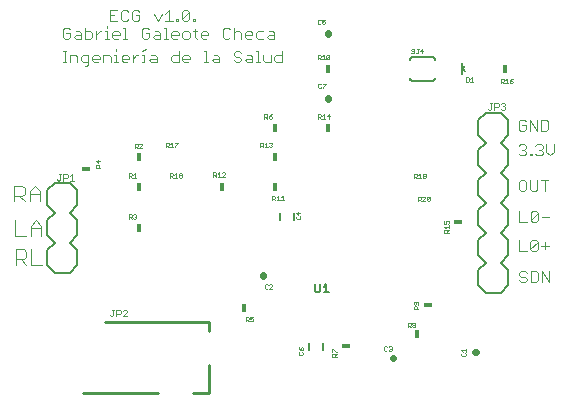
<source format=gto>
G75*
%MOIN*%
%OFA0B0*%
%FSLAX25Y25*%
%IPPOS*%
%LPD*%
%AMOC8*
5,1,8,0,0,1.08239X$1,22.5*
%
%ADD10C,0.00400*%
%ADD11C,0.00300*%
%ADD12C,0.00200*%
%ADD13C,0.02200*%
%ADD14C,0.00100*%
%ADD15C,0.00600*%
%ADD16C,0.00800*%
%ADD17C,0.01000*%
%ADD18R,0.01800X0.03000*%
%ADD19R,0.03000X0.01800*%
D10*
X0007970Y0074289D02*
X0007970Y0079494D01*
X0010572Y0079494D01*
X0011440Y0078626D01*
X0011440Y0076892D01*
X0010572Y0076024D01*
X0007970Y0076024D01*
X0009705Y0076024D02*
X0011440Y0074289D01*
X0013126Y0074289D02*
X0016596Y0074289D01*
X0013126Y0074289D02*
X0013126Y0079494D01*
X0012901Y0083797D02*
X0012901Y0087266D01*
X0014636Y0089001D01*
X0016371Y0087266D01*
X0016371Y0083797D01*
X0016371Y0086399D02*
X0012901Y0086399D01*
X0011215Y0083797D02*
X0007745Y0083797D01*
X0007745Y0089001D01*
X0007420Y0095349D02*
X0007420Y0100554D01*
X0010022Y0100554D01*
X0010890Y0099686D01*
X0010890Y0097951D01*
X0010022Y0097084D01*
X0007420Y0097084D01*
X0009155Y0097084D02*
X0010890Y0095349D01*
X0012577Y0095349D02*
X0012577Y0098819D01*
X0014311Y0100554D01*
X0016046Y0098819D01*
X0016046Y0095349D01*
X0016046Y0097951D02*
X0012577Y0097951D01*
D11*
X0023604Y0141714D02*
X0024838Y0141714D01*
X0024221Y0141714D02*
X0024221Y0145417D01*
X0023604Y0145417D02*
X0024838Y0145417D01*
X0026059Y0144183D02*
X0027911Y0144183D01*
X0028528Y0143565D01*
X0028528Y0141714D01*
X0029742Y0142331D02*
X0030359Y0141714D01*
X0032211Y0141714D01*
X0032211Y0141097D02*
X0032211Y0144183D01*
X0030359Y0144183D01*
X0029742Y0143565D01*
X0029742Y0142331D01*
X0030977Y0140479D02*
X0031594Y0140479D01*
X0032211Y0141097D01*
X0033425Y0142331D02*
X0033425Y0143565D01*
X0034042Y0144183D01*
X0035277Y0144183D01*
X0035894Y0143565D01*
X0035894Y0142948D01*
X0033425Y0142948D01*
X0033425Y0142331D02*
X0034042Y0141714D01*
X0035277Y0141714D01*
X0037108Y0141714D02*
X0037108Y0144183D01*
X0038960Y0144183D01*
X0039577Y0143565D01*
X0039577Y0141714D01*
X0040792Y0141714D02*
X0042026Y0141714D01*
X0041409Y0141714D02*
X0041409Y0144183D01*
X0040792Y0144183D01*
X0041409Y0145417D02*
X0041409Y0146034D01*
X0043864Y0144183D02*
X0043247Y0143565D01*
X0043247Y0142331D01*
X0043864Y0141714D01*
X0045099Y0141714D01*
X0045716Y0142948D02*
X0043247Y0142948D01*
X0043864Y0144183D02*
X0045099Y0144183D01*
X0045716Y0143565D01*
X0045716Y0142948D01*
X0046930Y0142948D02*
X0048165Y0144183D01*
X0048782Y0144183D01*
X0049999Y0144183D02*
X0050617Y0144183D01*
X0050617Y0141714D01*
X0049999Y0141714D01*
X0052455Y0142331D02*
X0053072Y0142948D01*
X0054924Y0142948D01*
X0054924Y0143565D02*
X0054924Y0141714D01*
X0053072Y0141714D01*
X0052455Y0142331D01*
X0053072Y0144183D02*
X0054306Y0144183D01*
X0054924Y0143565D01*
X0051234Y0146034D02*
X0049999Y0145417D01*
X0046930Y0144183D02*
X0046930Y0141714D01*
X0045095Y0149588D02*
X0043861Y0149588D01*
X0044478Y0149588D02*
X0044478Y0153291D01*
X0043861Y0153291D01*
X0042029Y0152057D02*
X0042646Y0151439D01*
X0042646Y0150822D01*
X0040178Y0150822D01*
X0040178Y0150205D02*
X0040178Y0151439D01*
X0040795Y0152057D01*
X0042029Y0152057D01*
X0042029Y0149588D02*
X0040795Y0149588D01*
X0040178Y0150205D01*
X0038957Y0149588D02*
X0037722Y0149588D01*
X0038339Y0149588D02*
X0038339Y0152057D01*
X0037722Y0152057D01*
X0036505Y0152057D02*
X0035887Y0152057D01*
X0034653Y0150822D01*
X0034653Y0149588D02*
X0034653Y0152057D01*
X0033439Y0151439D02*
X0032821Y0152057D01*
X0030970Y0152057D01*
X0030970Y0153291D02*
X0030970Y0149588D01*
X0032821Y0149588D01*
X0033439Y0150205D01*
X0033439Y0151439D01*
X0029755Y0151439D02*
X0029755Y0149588D01*
X0027904Y0149588D01*
X0027287Y0150205D01*
X0027904Y0150822D01*
X0029755Y0150822D01*
X0029755Y0151439D02*
X0029138Y0152057D01*
X0027904Y0152057D01*
X0026072Y0152674D02*
X0025455Y0153291D01*
X0024221Y0153291D01*
X0023604Y0152674D01*
X0023604Y0150205D01*
X0024221Y0149588D01*
X0025455Y0149588D01*
X0026072Y0150205D01*
X0026072Y0151439D01*
X0024838Y0151439D01*
X0026059Y0144183D02*
X0026059Y0141714D01*
X0038339Y0153291D02*
X0038339Y0153908D01*
X0039352Y0155493D02*
X0041820Y0155493D01*
X0043035Y0156110D02*
X0043652Y0155493D01*
X0044886Y0155493D01*
X0045503Y0156110D01*
X0046718Y0156110D02*
X0047335Y0155493D01*
X0048569Y0155493D01*
X0049187Y0156110D01*
X0049187Y0157345D01*
X0047952Y0157345D01*
X0046718Y0158579D02*
X0046718Y0156110D01*
X0046718Y0158579D02*
X0047335Y0159196D01*
X0048569Y0159196D01*
X0049187Y0158579D01*
X0045503Y0158579D02*
X0044886Y0159196D01*
X0043652Y0159196D01*
X0043035Y0158579D01*
X0043035Y0156110D01*
X0040586Y0157345D02*
X0039352Y0157345D01*
X0039352Y0159196D02*
X0039352Y0155493D01*
X0039352Y0159196D02*
X0041820Y0159196D01*
X0049999Y0152674D02*
X0049999Y0150205D01*
X0050617Y0149588D01*
X0051851Y0149588D01*
X0052468Y0150205D01*
X0052468Y0151439D01*
X0051234Y0151439D01*
X0052468Y0152674D02*
X0051851Y0153291D01*
X0050617Y0153291D01*
X0049999Y0152674D01*
X0054300Y0152057D02*
X0055534Y0152057D01*
X0056151Y0151439D01*
X0056151Y0149588D01*
X0054300Y0149588D01*
X0053683Y0150205D01*
X0054300Y0150822D01*
X0056151Y0150822D01*
X0057366Y0149588D02*
X0058600Y0149588D01*
X0057983Y0149588D02*
X0057983Y0153291D01*
X0057366Y0153291D01*
X0057767Y0155493D02*
X0060236Y0155493D01*
X0061450Y0155493D02*
X0061450Y0156110D01*
X0062068Y0156110D01*
X0062068Y0155493D01*
X0061450Y0155493D01*
X0063292Y0156110D02*
X0065761Y0158579D01*
X0065761Y0156110D01*
X0065144Y0155493D01*
X0063909Y0155493D01*
X0063292Y0156110D01*
X0063292Y0158579D01*
X0063909Y0159196D01*
X0065144Y0159196D01*
X0065761Y0158579D01*
X0066975Y0156110D02*
X0067592Y0156110D01*
X0067592Y0155493D01*
X0066975Y0155493D01*
X0066975Y0156110D01*
X0067805Y0152674D02*
X0067805Y0150205D01*
X0068422Y0149588D01*
X0069643Y0150205D02*
X0069643Y0151439D01*
X0070260Y0152057D01*
X0071494Y0152057D01*
X0072112Y0151439D01*
X0072112Y0150822D01*
X0069643Y0150822D01*
X0069643Y0150205D02*
X0070260Y0149588D01*
X0071494Y0149588D01*
X0068422Y0152057D02*
X0067187Y0152057D01*
X0065973Y0151439D02*
X0065973Y0150205D01*
X0065356Y0149588D01*
X0064121Y0149588D01*
X0063504Y0150205D01*
X0063504Y0151439D01*
X0064121Y0152057D01*
X0065356Y0152057D01*
X0065973Y0151439D01*
X0062290Y0151439D02*
X0062290Y0150822D01*
X0059821Y0150822D01*
X0059821Y0150205D02*
X0059821Y0151439D01*
X0060438Y0152057D01*
X0061673Y0152057D01*
X0062290Y0151439D01*
X0061673Y0149588D02*
X0060438Y0149588D01*
X0059821Y0150205D01*
X0062290Y0145417D02*
X0062290Y0141714D01*
X0060438Y0141714D01*
X0059821Y0142331D01*
X0059821Y0143565D01*
X0060438Y0144183D01*
X0062290Y0144183D01*
X0063504Y0143565D02*
X0063504Y0142331D01*
X0064121Y0141714D01*
X0065356Y0141714D01*
X0065973Y0142948D02*
X0063504Y0142948D01*
X0063504Y0143565D02*
X0064121Y0144183D01*
X0065356Y0144183D01*
X0065973Y0143565D01*
X0065973Y0142948D01*
X0070871Y0141714D02*
X0072105Y0141714D01*
X0071488Y0141714D02*
X0071488Y0145417D01*
X0070871Y0145417D01*
X0073943Y0144183D02*
X0075178Y0144183D01*
X0075795Y0143565D01*
X0075795Y0141714D01*
X0073943Y0141714D01*
X0073326Y0142331D01*
X0073943Y0142948D01*
X0075795Y0142948D01*
X0080692Y0142331D02*
X0081309Y0141714D01*
X0082544Y0141714D01*
X0083161Y0142331D01*
X0083161Y0142948D01*
X0082544Y0143565D01*
X0081309Y0143565D01*
X0080692Y0144183D01*
X0080692Y0144800D01*
X0081309Y0145417D01*
X0082544Y0145417D01*
X0083161Y0144800D01*
X0084993Y0144183D02*
X0086227Y0144183D01*
X0086844Y0143565D01*
X0086844Y0141714D01*
X0084993Y0141714D01*
X0084375Y0142331D01*
X0084993Y0142948D01*
X0086844Y0142948D01*
X0088059Y0141714D02*
X0089293Y0141714D01*
X0088676Y0141714D02*
X0088676Y0145417D01*
X0088059Y0145417D01*
X0090514Y0144183D02*
X0090514Y0142331D01*
X0091131Y0141714D01*
X0092983Y0141714D01*
X0092983Y0144183D01*
X0094197Y0143565D02*
X0094197Y0142331D01*
X0094814Y0141714D01*
X0096666Y0141714D01*
X0096666Y0145417D01*
X0096666Y0144183D02*
X0094814Y0144183D01*
X0094197Y0143565D01*
X0094210Y0149588D02*
X0092359Y0149588D01*
X0091742Y0150205D01*
X0092359Y0150822D01*
X0094210Y0150822D01*
X0094210Y0151439D02*
X0094210Y0149588D01*
X0094210Y0151439D02*
X0093593Y0152057D01*
X0092359Y0152057D01*
X0090527Y0152057D02*
X0088676Y0152057D01*
X0088059Y0151439D01*
X0088059Y0150205D01*
X0088676Y0149588D01*
X0090527Y0149588D01*
X0086844Y0150822D02*
X0084375Y0150822D01*
X0084375Y0150205D02*
X0084375Y0151439D01*
X0084993Y0152057D01*
X0086227Y0152057D01*
X0086844Y0151439D01*
X0086844Y0150822D01*
X0086227Y0149588D02*
X0084993Y0149588D01*
X0084375Y0150205D01*
X0083161Y0149588D02*
X0083161Y0151439D01*
X0082544Y0152057D01*
X0081309Y0152057D01*
X0080692Y0151439D01*
X0079478Y0150205D02*
X0078861Y0149588D01*
X0077626Y0149588D01*
X0077009Y0150205D01*
X0077009Y0152674D01*
X0077626Y0153291D01*
X0078861Y0153291D01*
X0079478Y0152674D01*
X0080692Y0153291D02*
X0080692Y0149588D01*
X0059002Y0155493D02*
X0059002Y0159196D01*
X0057767Y0157962D01*
X0056553Y0157962D02*
X0055319Y0155493D01*
X0054084Y0157962D01*
X0175574Y0122015D02*
X0175574Y0119546D01*
X0176191Y0118929D01*
X0177425Y0118929D01*
X0178042Y0119546D01*
X0178042Y0120780D01*
X0176808Y0120780D01*
X0178042Y0122015D02*
X0177425Y0122632D01*
X0176191Y0122632D01*
X0175574Y0122015D01*
X0179257Y0122632D02*
X0179257Y0118929D01*
X0181725Y0118929D02*
X0181725Y0122632D01*
X0182940Y0122632D02*
X0184791Y0122632D01*
X0185409Y0122015D01*
X0185409Y0119546D01*
X0184791Y0118929D01*
X0182940Y0118929D01*
X0182940Y0122632D01*
X0179257Y0122632D02*
X0181725Y0118929D01*
X0181737Y0114362D02*
X0182971Y0114362D01*
X0183588Y0113745D01*
X0183588Y0113128D01*
X0182971Y0112510D01*
X0183588Y0111893D01*
X0183588Y0111276D01*
X0182971Y0110659D01*
X0181737Y0110659D01*
X0181120Y0111276D01*
X0179895Y0111276D02*
X0179895Y0110659D01*
X0179278Y0110659D01*
X0179278Y0111276D01*
X0179895Y0111276D01*
X0178064Y0111276D02*
X0177446Y0110659D01*
X0176212Y0110659D01*
X0175595Y0111276D01*
X0176829Y0112510D02*
X0177446Y0112510D01*
X0178064Y0111893D01*
X0178064Y0111276D01*
X0177446Y0112510D02*
X0178064Y0113128D01*
X0178064Y0113745D01*
X0177446Y0114362D01*
X0176212Y0114362D01*
X0175595Y0113745D01*
X0181120Y0113745D02*
X0181737Y0114362D01*
X0182354Y0112510D02*
X0182971Y0112510D01*
X0184803Y0111893D02*
X0186037Y0110659D01*
X0187272Y0111893D01*
X0187272Y0114362D01*
X0184803Y0114362D02*
X0184803Y0111893D01*
X0184286Y0102540D02*
X0184286Y0098837D01*
X0181837Y0099454D02*
X0181837Y0102540D01*
X0183052Y0102540D02*
X0185520Y0102540D01*
X0181837Y0099454D02*
X0181220Y0098837D01*
X0179986Y0098837D01*
X0179368Y0099454D01*
X0179368Y0102540D01*
X0178154Y0101923D02*
X0177537Y0102540D01*
X0176302Y0102540D01*
X0175685Y0101923D01*
X0175685Y0099454D01*
X0176302Y0098837D01*
X0177537Y0098837D01*
X0178154Y0099454D01*
X0178154Y0101923D01*
X0180166Y0092144D02*
X0181401Y0092144D01*
X0182018Y0091527D01*
X0179549Y0089058D01*
X0180166Y0088441D01*
X0181401Y0088441D01*
X0182018Y0089058D01*
X0182018Y0091527D01*
X0183232Y0090292D02*
X0185701Y0090292D01*
X0180166Y0092144D02*
X0179549Y0091527D01*
X0179549Y0089058D01*
X0178335Y0088441D02*
X0175866Y0088441D01*
X0175866Y0092144D01*
X0175776Y0082471D02*
X0175776Y0078768D01*
X0178245Y0078768D01*
X0179459Y0079385D02*
X0181928Y0081854D01*
X0181928Y0079385D01*
X0181310Y0078768D01*
X0180076Y0078768D01*
X0179459Y0079385D01*
X0179459Y0081854D01*
X0180076Y0082471D01*
X0181310Y0082471D01*
X0181928Y0081854D01*
X0183142Y0080619D02*
X0185611Y0080619D01*
X0184376Y0079385D02*
X0184376Y0081854D01*
X0183232Y0072075D02*
X0185701Y0068372D01*
X0185701Y0072075D01*
X0183232Y0072075D02*
X0183232Y0068372D01*
X0182018Y0068989D02*
X0182018Y0071458D01*
X0181401Y0072075D01*
X0179549Y0072075D01*
X0179549Y0068372D01*
X0181401Y0068372D01*
X0182018Y0068989D01*
X0178335Y0068989D02*
X0177718Y0068372D01*
X0176483Y0068372D01*
X0175866Y0068989D01*
X0176483Y0070223D02*
X0177718Y0070223D01*
X0178335Y0069606D01*
X0178335Y0068989D01*
X0176483Y0070223D02*
X0175866Y0070840D01*
X0175866Y0071458D01*
X0176483Y0072075D01*
X0177718Y0072075D01*
X0178335Y0071458D01*
D12*
X0170807Y0125916D02*
X0170073Y0125916D01*
X0169706Y0126283D01*
X0170440Y0127017D02*
X0170807Y0127017D01*
X0171173Y0126650D01*
X0171173Y0126283D01*
X0170807Y0125916D01*
X0170807Y0127017D02*
X0171173Y0127384D01*
X0171173Y0127751D01*
X0170807Y0128118D01*
X0170073Y0128118D01*
X0169706Y0127751D01*
X0168964Y0127751D02*
X0168964Y0127017D01*
X0168597Y0126650D01*
X0167496Y0126650D01*
X0167496Y0125916D02*
X0167496Y0128118D01*
X0168597Y0128118D01*
X0168964Y0127751D01*
X0166754Y0128118D02*
X0166020Y0128118D01*
X0166387Y0128118D02*
X0166387Y0126283D01*
X0166020Y0125916D01*
X0165653Y0125916D01*
X0165286Y0126283D01*
X0045189Y0058853D02*
X0045189Y0058486D01*
X0043721Y0057018D01*
X0045189Y0057018D01*
X0042979Y0058119D02*
X0042612Y0057752D01*
X0041511Y0057752D01*
X0041511Y0057018D02*
X0041511Y0059220D01*
X0042612Y0059220D01*
X0042979Y0058853D01*
X0042979Y0058119D01*
X0043721Y0058853D02*
X0044088Y0059220D01*
X0044822Y0059220D01*
X0045189Y0058853D01*
X0040769Y0059220D02*
X0040036Y0059220D01*
X0040403Y0059220D02*
X0040403Y0057385D01*
X0040036Y0057018D01*
X0039669Y0057018D01*
X0039302Y0057385D01*
X0027473Y0102294D02*
X0026005Y0102294D01*
X0026739Y0102294D02*
X0026739Y0104496D01*
X0026005Y0103762D01*
X0025263Y0104129D02*
X0025263Y0103395D01*
X0024896Y0103028D01*
X0023795Y0103028D01*
X0023795Y0102294D02*
X0023795Y0104496D01*
X0024896Y0104496D01*
X0025263Y0104129D01*
X0023053Y0104496D02*
X0022319Y0104496D01*
X0022686Y0104496D02*
X0022686Y0102661D01*
X0022319Y0102294D01*
X0021952Y0102294D01*
X0021585Y0102661D01*
D13*
X0090383Y0070818D02*
X0090383Y0070578D01*
X0133690Y0043259D02*
X0133690Y0043019D01*
X0161129Y0045107D02*
X0161369Y0045107D01*
X0112171Y0129633D02*
X0112171Y0129873D01*
X0112036Y0151286D02*
X0112036Y0151526D01*
D14*
X0110810Y0154456D02*
X0110310Y0154456D01*
X0110059Y0154707D01*
X0109587Y0154707D02*
X0109337Y0154456D01*
X0108836Y0154456D01*
X0108586Y0154707D01*
X0108586Y0155707D01*
X0108836Y0155958D01*
X0109337Y0155958D01*
X0109587Y0155707D01*
X0110059Y0155958D02*
X0110059Y0155207D01*
X0110560Y0155457D01*
X0110810Y0155457D01*
X0111060Y0155207D01*
X0111060Y0154707D01*
X0110810Y0154456D01*
X0111060Y0155958D02*
X0110059Y0155958D01*
X0110560Y0144147D02*
X0110059Y0143646D01*
X0109587Y0143896D02*
X0109587Y0143396D01*
X0109337Y0143146D01*
X0108586Y0143146D01*
X0109087Y0143146D02*
X0109587Y0142645D01*
X0110059Y0142645D02*
X0111060Y0142645D01*
X0110560Y0142645D02*
X0110560Y0144147D01*
X0111533Y0143896D02*
X0111783Y0144147D01*
X0112283Y0144147D01*
X0112534Y0143896D01*
X0111533Y0142895D01*
X0111783Y0142645D01*
X0112283Y0142645D01*
X0112534Y0142895D01*
X0112534Y0143896D01*
X0111533Y0143896D02*
X0111533Y0142895D01*
X0109587Y0143896D02*
X0109337Y0144147D01*
X0108586Y0144147D01*
X0108586Y0142645D01*
X0109088Y0134578D02*
X0108838Y0134328D01*
X0108838Y0133327D01*
X0109088Y0133077D01*
X0109589Y0133077D01*
X0109839Y0133327D01*
X0110311Y0133327D02*
X0110311Y0133077D01*
X0110311Y0133327D02*
X0111312Y0134328D01*
X0111312Y0134578D01*
X0110311Y0134578D01*
X0109839Y0134328D02*
X0109589Y0134578D01*
X0109088Y0134578D01*
X0109359Y0124462D02*
X0109609Y0124211D01*
X0109609Y0123711D01*
X0109359Y0123461D01*
X0108608Y0123461D01*
X0109109Y0123461D02*
X0109609Y0122960D01*
X0110081Y0122960D02*
X0111082Y0122960D01*
X0110582Y0122960D02*
X0110582Y0124462D01*
X0110081Y0123961D01*
X0109359Y0124462D02*
X0108608Y0124462D01*
X0108608Y0122960D01*
X0111555Y0123711D02*
X0112555Y0123711D01*
X0112305Y0124462D02*
X0111555Y0123711D01*
X0112305Y0122960D02*
X0112305Y0124462D01*
X0093344Y0124462D02*
X0092843Y0124211D01*
X0092343Y0123711D01*
X0093094Y0123711D01*
X0093344Y0123461D01*
X0093344Y0123210D01*
X0093094Y0122960D01*
X0092593Y0122960D01*
X0092343Y0123210D01*
X0092343Y0123711D01*
X0091871Y0123711D02*
X0091620Y0123461D01*
X0090870Y0123461D01*
X0091370Y0123461D02*
X0091871Y0122960D01*
X0091871Y0123711D02*
X0091871Y0124211D01*
X0091620Y0124462D01*
X0090870Y0124462D01*
X0090870Y0122960D01*
X0090264Y0114893D02*
X0089513Y0114893D01*
X0089513Y0113392D01*
X0089513Y0113892D02*
X0090264Y0113892D01*
X0090514Y0114142D01*
X0090514Y0114643D01*
X0090264Y0114893D01*
X0090986Y0114393D02*
X0091487Y0114893D01*
X0091487Y0113392D01*
X0091987Y0113392D02*
X0090986Y0113392D01*
X0090514Y0113392D02*
X0090013Y0113892D01*
X0092459Y0113642D02*
X0092710Y0113392D01*
X0093210Y0113392D01*
X0093460Y0113642D01*
X0093460Y0113892D01*
X0093210Y0114142D01*
X0092960Y0114142D01*
X0093210Y0114142D02*
X0093460Y0114393D01*
X0093460Y0114643D01*
X0093210Y0114893D01*
X0092710Y0114893D01*
X0092459Y0114643D01*
X0077712Y0104800D02*
X0077462Y0105050D01*
X0076962Y0105050D01*
X0076711Y0104800D01*
X0077712Y0104800D02*
X0077712Y0104550D01*
X0076711Y0103549D01*
X0077712Y0103549D01*
X0076239Y0103549D02*
X0075238Y0103549D01*
X0074766Y0103549D02*
X0074265Y0104050D01*
X0074516Y0104050D02*
X0073765Y0104050D01*
X0073765Y0103549D02*
X0073765Y0105050D01*
X0074516Y0105050D01*
X0074766Y0104800D01*
X0074766Y0104300D01*
X0074516Y0104050D01*
X0075238Y0104550D02*
X0075739Y0105050D01*
X0075739Y0103549D01*
X0063321Y0103525D02*
X0063071Y0103275D01*
X0062570Y0103275D01*
X0062320Y0103525D01*
X0062320Y0103776D01*
X0062570Y0104026D01*
X0063071Y0104026D01*
X0063321Y0103776D01*
X0063321Y0103525D01*
X0063071Y0104026D02*
X0063321Y0104276D01*
X0063321Y0104526D01*
X0063071Y0104776D01*
X0062570Y0104776D01*
X0062320Y0104526D01*
X0062320Y0104276D01*
X0062570Y0104026D01*
X0061848Y0103275D02*
X0060847Y0103275D01*
X0060374Y0103275D02*
X0059874Y0103776D01*
X0060124Y0103776D02*
X0059374Y0103776D01*
X0059374Y0103275D02*
X0059374Y0104776D01*
X0060124Y0104776D01*
X0060374Y0104526D01*
X0060374Y0104026D01*
X0060124Y0103776D01*
X0060847Y0104276D02*
X0061347Y0104776D01*
X0061347Y0103275D01*
X0060963Y0113392D02*
X0060963Y0113642D01*
X0061964Y0114643D01*
X0061964Y0114893D01*
X0060963Y0114893D01*
X0059991Y0114893D02*
X0059991Y0113392D01*
X0060491Y0113392D02*
X0059490Y0113392D01*
X0059018Y0113392D02*
X0058517Y0113892D01*
X0058767Y0113892D02*
X0058017Y0113892D01*
X0058017Y0113392D02*
X0058017Y0114893D01*
X0058767Y0114893D01*
X0059018Y0114643D01*
X0059018Y0114142D01*
X0058767Y0113892D01*
X0059490Y0114393D02*
X0059991Y0114893D01*
X0050037Y0114369D02*
X0049786Y0114619D01*
X0049286Y0114619D01*
X0049036Y0114369D01*
X0048563Y0114369D02*
X0048563Y0113868D01*
X0048313Y0113618D01*
X0047563Y0113618D01*
X0048063Y0113618D02*
X0048563Y0113118D01*
X0049036Y0113118D02*
X0050037Y0114119D01*
X0050037Y0114369D01*
X0050037Y0113118D02*
X0049036Y0113118D01*
X0048563Y0114369D02*
X0048313Y0114619D01*
X0047563Y0114619D01*
X0047563Y0113118D01*
X0047568Y0104776D02*
X0047568Y0103275D01*
X0048068Y0103275D02*
X0047067Y0103275D01*
X0046595Y0103275D02*
X0046095Y0103776D01*
X0046345Y0103776D02*
X0045594Y0103776D01*
X0045594Y0103275D02*
X0045594Y0104776D01*
X0046345Y0104776D01*
X0046595Y0104526D01*
X0046595Y0104026D01*
X0046345Y0103776D01*
X0047067Y0104276D02*
X0047568Y0104776D01*
X0036152Y0106618D02*
X0034650Y0106618D01*
X0034650Y0107368D01*
X0034901Y0107619D01*
X0035401Y0107619D01*
X0035651Y0107368D01*
X0035651Y0106618D01*
X0035651Y0107118D02*
X0036152Y0107619D01*
X0035401Y0108091D02*
X0035401Y0109092D01*
X0036152Y0108842D02*
X0034650Y0108842D01*
X0035401Y0108091D01*
X0045594Y0090997D02*
X0046345Y0090997D01*
X0046595Y0090747D01*
X0046595Y0090246D01*
X0046345Y0089996D01*
X0045594Y0089996D01*
X0045594Y0089496D02*
X0045594Y0090997D01*
X0046095Y0089996D02*
X0046595Y0089496D01*
X0047067Y0089746D02*
X0047318Y0089496D01*
X0047818Y0089496D01*
X0048068Y0089746D01*
X0048068Y0089996D01*
X0047818Y0090246D01*
X0047568Y0090246D01*
X0047818Y0090246D02*
X0048068Y0090497D01*
X0048068Y0090747D01*
X0047818Y0090997D01*
X0047318Y0090997D01*
X0047067Y0090747D01*
X0084590Y0056884D02*
X0085341Y0056884D01*
X0085591Y0056634D01*
X0085591Y0056133D01*
X0085341Y0055883D01*
X0084590Y0055883D01*
X0084590Y0055382D02*
X0084590Y0056884D01*
X0085091Y0055883D02*
X0085591Y0055382D01*
X0086063Y0055633D02*
X0086314Y0055382D01*
X0086814Y0055382D01*
X0087064Y0055633D01*
X0087064Y0056133D01*
X0086814Y0056383D01*
X0086564Y0056383D01*
X0086063Y0056133D01*
X0086063Y0056884D01*
X0087064Y0056884D01*
X0091236Y0066148D02*
X0091737Y0066148D01*
X0091987Y0066398D01*
X0092459Y0066148D02*
X0093460Y0067148D01*
X0093460Y0067399D01*
X0093210Y0067649D01*
X0092710Y0067649D01*
X0092459Y0067399D01*
X0091987Y0067399D02*
X0091737Y0067649D01*
X0091236Y0067649D01*
X0090986Y0067399D01*
X0090986Y0066398D01*
X0091236Y0066148D01*
X0092459Y0066148D02*
X0093460Y0066148D01*
X0102242Y0046653D02*
X0102493Y0046153D01*
X0102993Y0045652D01*
X0102993Y0046403D01*
X0103243Y0046653D01*
X0103493Y0046653D01*
X0103744Y0046403D01*
X0103744Y0045903D01*
X0103493Y0045652D01*
X0102993Y0045652D01*
X0102493Y0045180D02*
X0102242Y0044930D01*
X0102242Y0044429D01*
X0102493Y0044179D01*
X0103493Y0044179D01*
X0103744Y0044429D01*
X0103744Y0044930D01*
X0103493Y0045180D01*
X0113390Y0045099D02*
X0113390Y0046100D01*
X0113641Y0046100D01*
X0114642Y0045099D01*
X0114892Y0045099D01*
X0114892Y0044626D02*
X0114391Y0044126D01*
X0114391Y0044376D02*
X0114391Y0043626D01*
X0114892Y0043626D02*
X0113390Y0043626D01*
X0113390Y0044376D01*
X0113641Y0044626D01*
X0114141Y0044626D01*
X0114391Y0044376D01*
X0130793Y0045776D02*
X0131043Y0045526D01*
X0131544Y0045526D01*
X0131794Y0045776D01*
X0132266Y0045776D02*
X0132517Y0045526D01*
X0133017Y0045526D01*
X0133267Y0045776D01*
X0133267Y0046026D01*
X0133017Y0046276D01*
X0132767Y0046276D01*
X0133017Y0046276D02*
X0133267Y0046526D01*
X0133267Y0046777D01*
X0133017Y0047027D01*
X0132517Y0047027D01*
X0132266Y0046777D01*
X0131794Y0046777D02*
X0131544Y0047027D01*
X0131043Y0047027D01*
X0130793Y0046777D01*
X0130793Y0045776D01*
X0138667Y0053400D02*
X0138667Y0054901D01*
X0139418Y0054901D01*
X0139668Y0054651D01*
X0139668Y0054150D01*
X0139418Y0053900D01*
X0138667Y0053900D01*
X0139168Y0053900D02*
X0139668Y0053400D01*
X0140141Y0053650D02*
X0140391Y0053400D01*
X0140891Y0053400D01*
X0141141Y0053650D01*
X0141141Y0053900D01*
X0140891Y0054150D01*
X0140391Y0054150D01*
X0140141Y0054400D01*
X0140141Y0054651D01*
X0140391Y0054901D01*
X0140891Y0054901D01*
X0141141Y0054651D01*
X0141141Y0054400D01*
X0140891Y0054150D01*
X0140391Y0054150D02*
X0140141Y0053900D01*
X0140141Y0053650D01*
X0140675Y0059490D02*
X0140675Y0060241D01*
X0140926Y0060491D01*
X0141426Y0060491D01*
X0141676Y0060241D01*
X0141676Y0059490D01*
X0141676Y0059991D02*
X0142177Y0060491D01*
X0141927Y0060963D02*
X0142177Y0061214D01*
X0142177Y0061714D01*
X0141927Y0061964D01*
X0140926Y0061964D01*
X0140675Y0061714D01*
X0140675Y0061214D01*
X0140926Y0060963D01*
X0141176Y0060963D01*
X0141426Y0061214D01*
X0141426Y0061964D01*
X0142177Y0059490D02*
X0140675Y0059490D01*
X0156424Y0045716D02*
X0157925Y0045716D01*
X0157925Y0046216D02*
X0157925Y0045215D01*
X0157675Y0044743D02*
X0157925Y0044493D01*
X0157925Y0043992D01*
X0157675Y0043742D01*
X0156674Y0043742D01*
X0156424Y0043992D01*
X0156424Y0044493D01*
X0156674Y0044743D01*
X0156924Y0045215D02*
X0156424Y0045716D01*
X0152293Y0084964D02*
X0150792Y0084964D01*
X0150792Y0085715D01*
X0151042Y0085965D01*
X0151543Y0085965D01*
X0151793Y0085715D01*
X0151793Y0084964D01*
X0151793Y0085465D02*
X0152293Y0085965D01*
X0152293Y0086437D02*
X0152293Y0087438D01*
X0152293Y0086938D02*
X0150792Y0086938D01*
X0151292Y0086437D01*
X0151543Y0087911D02*
X0151292Y0088411D01*
X0151292Y0088661D01*
X0151543Y0088912D01*
X0152043Y0088912D01*
X0152293Y0088661D01*
X0152293Y0088161D01*
X0152043Y0087911D01*
X0151543Y0087911D02*
X0150792Y0087911D01*
X0150792Y0088912D01*
X0145748Y0095401D02*
X0145248Y0095401D01*
X0144997Y0095651D01*
X0145998Y0096652D01*
X0145998Y0095651D01*
X0145748Y0095401D01*
X0144997Y0095651D02*
X0144997Y0096652D01*
X0145248Y0096902D01*
X0145748Y0096902D01*
X0145998Y0096652D01*
X0144525Y0096652D02*
X0144275Y0096902D01*
X0143774Y0096902D01*
X0143524Y0096652D01*
X0143052Y0096652D02*
X0143052Y0096152D01*
X0142801Y0095902D01*
X0142051Y0095902D01*
X0142551Y0095902D02*
X0143052Y0095401D01*
X0143524Y0095401D02*
X0144525Y0096402D01*
X0144525Y0096652D01*
X0144525Y0095401D02*
X0143524Y0095401D01*
X0143052Y0096652D02*
X0142801Y0096902D01*
X0142051Y0096902D01*
X0142051Y0095401D01*
X0142148Y0103119D02*
X0143149Y0103119D01*
X0142648Y0103119D02*
X0142648Y0104620D01*
X0142148Y0104120D01*
X0141675Y0103870D02*
X0141425Y0103620D01*
X0140675Y0103620D01*
X0141175Y0103620D02*
X0141675Y0103119D01*
X0141675Y0103870D02*
X0141675Y0104370D01*
X0141425Y0104620D01*
X0140675Y0104620D01*
X0140675Y0103119D01*
X0143621Y0103369D02*
X0143871Y0103119D01*
X0144372Y0103119D01*
X0144622Y0103369D01*
X0144622Y0104370D01*
X0144372Y0104620D01*
X0143871Y0104620D01*
X0143621Y0104370D01*
X0143621Y0104120D01*
X0143871Y0103870D01*
X0144622Y0103870D01*
X0169610Y0134771D02*
X0169610Y0136273D01*
X0170360Y0136273D01*
X0170611Y0136022D01*
X0170611Y0135522D01*
X0170360Y0135272D01*
X0169610Y0135272D01*
X0170110Y0135272D02*
X0170611Y0134771D01*
X0171083Y0134771D02*
X0172084Y0134771D01*
X0171584Y0134771D02*
X0171584Y0136273D01*
X0171083Y0135772D01*
X0172556Y0135522D02*
X0173307Y0135522D01*
X0173557Y0135272D01*
X0173557Y0135021D01*
X0173307Y0134771D01*
X0172807Y0134771D01*
X0172556Y0135021D01*
X0172556Y0135522D01*
X0173057Y0136022D01*
X0173557Y0136273D01*
X0160389Y0135295D02*
X0159389Y0135295D01*
X0159889Y0135295D02*
X0159889Y0136797D01*
X0159389Y0136296D01*
X0158916Y0136546D02*
X0158666Y0136797D01*
X0157915Y0136797D01*
X0157915Y0135295D01*
X0158666Y0135295D01*
X0158916Y0135545D01*
X0158916Y0136546D01*
X0143780Y0145396D02*
X0142779Y0145396D01*
X0143529Y0146147D01*
X0143529Y0144645D01*
X0142056Y0144895D02*
X0142056Y0146147D01*
X0141806Y0146147D02*
X0142306Y0146147D01*
X0142056Y0144895D02*
X0141806Y0144645D01*
X0141556Y0144645D01*
X0141306Y0144895D01*
X0140833Y0144895D02*
X0140583Y0144645D01*
X0140082Y0144645D01*
X0139832Y0144895D01*
X0140082Y0145396D02*
X0140583Y0145396D01*
X0140833Y0145146D01*
X0140833Y0144895D01*
X0140082Y0145396D02*
X0139832Y0145646D01*
X0139832Y0145896D01*
X0140082Y0146147D01*
X0140583Y0146147D01*
X0140833Y0145896D01*
X0096897Y0097176D02*
X0096897Y0095675D01*
X0097397Y0095675D02*
X0096396Y0095675D01*
X0095924Y0095675D02*
X0094923Y0095675D01*
X0094451Y0095675D02*
X0093950Y0096176D01*
X0094201Y0096176D02*
X0093450Y0096176D01*
X0093450Y0095675D02*
X0093450Y0097176D01*
X0094201Y0097176D01*
X0094451Y0096926D01*
X0094451Y0096426D01*
X0094201Y0096176D01*
X0094923Y0096676D02*
X0095424Y0097176D01*
X0095424Y0095675D01*
X0096396Y0096676D02*
X0096897Y0097176D01*
X0102080Y0091875D02*
X0102080Y0090874D01*
X0101329Y0091625D01*
X0102831Y0091625D01*
X0102580Y0090402D02*
X0102831Y0090152D01*
X0102831Y0089651D01*
X0102580Y0089401D01*
X0101580Y0089401D01*
X0101329Y0089651D01*
X0101329Y0090152D01*
X0101580Y0090402D01*
D15*
X0100619Y0091564D02*
X0100619Y0089202D01*
X0095894Y0089202D02*
X0095894Y0091564D01*
X0107671Y0067695D02*
X0107671Y0065527D01*
X0108105Y0065093D01*
X0108972Y0065093D01*
X0109406Y0065527D01*
X0109406Y0067695D01*
X0110617Y0066828D02*
X0111485Y0067695D01*
X0111485Y0065093D01*
X0112352Y0065093D02*
X0110617Y0065093D01*
X0110461Y0048257D02*
X0110461Y0045894D01*
X0105737Y0045894D02*
X0105737Y0048257D01*
D16*
X0162107Y0067430D02*
X0162107Y0072430D01*
X0164607Y0074930D01*
X0162107Y0077430D01*
X0162107Y0082430D01*
X0164607Y0084930D01*
X0162107Y0087430D01*
X0162107Y0092430D01*
X0164607Y0094930D01*
X0162107Y0097430D01*
X0162107Y0102430D01*
X0164607Y0104930D01*
X0162107Y0107430D01*
X0162107Y0112430D01*
X0164607Y0114930D01*
X0162107Y0117430D01*
X0162107Y0122430D01*
X0164607Y0124930D01*
X0169607Y0124930D01*
X0172107Y0122430D01*
X0172107Y0117430D01*
X0169607Y0114930D01*
X0172107Y0112430D01*
X0172107Y0107430D01*
X0169607Y0104930D01*
X0172107Y0102430D01*
X0172107Y0097430D01*
X0169607Y0094930D01*
X0172107Y0092430D01*
X0172107Y0087430D01*
X0169607Y0084930D01*
X0172107Y0082430D01*
X0172107Y0077430D01*
X0169607Y0074930D01*
X0172107Y0072430D01*
X0172107Y0067430D01*
X0169607Y0064930D01*
X0164607Y0064930D01*
X0162107Y0067430D01*
X0146782Y0135595D02*
X0140282Y0135595D01*
X0140222Y0135597D01*
X0140161Y0135602D01*
X0140102Y0135611D01*
X0140043Y0135624D01*
X0139984Y0135640D01*
X0139927Y0135660D01*
X0139872Y0135683D01*
X0139817Y0135710D01*
X0139765Y0135739D01*
X0139714Y0135772D01*
X0139665Y0135808D01*
X0139619Y0135846D01*
X0139575Y0135888D01*
X0139533Y0135932D01*
X0139495Y0135978D01*
X0139459Y0136027D01*
X0139426Y0136078D01*
X0139397Y0136130D01*
X0139370Y0136185D01*
X0139347Y0136240D01*
X0139327Y0136297D01*
X0139311Y0136356D01*
X0139298Y0136415D01*
X0139289Y0136474D01*
X0139284Y0136535D01*
X0139282Y0136595D01*
X0139282Y0142595D02*
X0139284Y0142655D01*
X0139289Y0142716D01*
X0139298Y0142775D01*
X0139311Y0142834D01*
X0139327Y0142893D01*
X0139347Y0142950D01*
X0139370Y0143005D01*
X0139397Y0143060D01*
X0139426Y0143112D01*
X0139459Y0143163D01*
X0139495Y0143212D01*
X0139533Y0143258D01*
X0139575Y0143302D01*
X0139619Y0143344D01*
X0139665Y0143382D01*
X0139714Y0143418D01*
X0139765Y0143451D01*
X0139817Y0143480D01*
X0139872Y0143507D01*
X0139927Y0143530D01*
X0139984Y0143550D01*
X0140043Y0143566D01*
X0140102Y0143579D01*
X0140161Y0143588D01*
X0140222Y0143593D01*
X0140282Y0143595D01*
X0146782Y0143595D01*
X0146842Y0143593D01*
X0146903Y0143588D01*
X0146962Y0143579D01*
X0147021Y0143566D01*
X0147080Y0143550D01*
X0147137Y0143530D01*
X0147192Y0143507D01*
X0147247Y0143480D01*
X0147299Y0143451D01*
X0147350Y0143418D01*
X0147399Y0143382D01*
X0147445Y0143344D01*
X0147489Y0143302D01*
X0147531Y0143258D01*
X0147569Y0143212D01*
X0147605Y0143163D01*
X0147638Y0143112D01*
X0147667Y0143060D01*
X0147694Y0143005D01*
X0147717Y0142950D01*
X0147737Y0142893D01*
X0147753Y0142834D01*
X0147766Y0142775D01*
X0147775Y0142716D01*
X0147780Y0142655D01*
X0147782Y0142595D01*
X0147782Y0136595D02*
X0147780Y0136535D01*
X0147775Y0136474D01*
X0147766Y0136415D01*
X0147753Y0136356D01*
X0147737Y0136297D01*
X0147717Y0136240D01*
X0147694Y0136185D01*
X0147667Y0136130D01*
X0147638Y0136078D01*
X0147605Y0136027D01*
X0147569Y0135978D01*
X0147531Y0135932D01*
X0147489Y0135888D01*
X0147445Y0135846D01*
X0147399Y0135808D01*
X0147350Y0135772D01*
X0147299Y0135739D01*
X0147247Y0135710D01*
X0147192Y0135683D01*
X0147137Y0135660D01*
X0147080Y0135640D01*
X0147021Y0135624D01*
X0146962Y0135611D01*
X0146903Y0135602D01*
X0146842Y0135597D01*
X0146782Y0135595D01*
X0156643Y0137784D02*
X0156643Y0139595D01*
X0157863Y0140516D01*
X0156643Y0141406D02*
X0156643Y0139595D01*
X0156703Y0139495D02*
X0157863Y0138735D01*
X0028454Y0099103D02*
X0028454Y0094103D01*
X0025954Y0091603D01*
X0028454Y0089103D01*
X0028454Y0084103D01*
X0025954Y0081603D01*
X0028454Y0079103D01*
X0028454Y0074103D01*
X0025954Y0071603D01*
X0020954Y0071603D01*
X0018454Y0074103D01*
X0018454Y0079103D01*
X0020954Y0081603D01*
X0018454Y0084103D01*
X0018454Y0089103D01*
X0020954Y0091603D01*
X0018454Y0094103D01*
X0018454Y0099103D01*
X0020954Y0101603D01*
X0025954Y0101603D01*
X0028454Y0099103D01*
D17*
X0030495Y0031513D02*
X0055298Y0031513D01*
X0067109Y0031513D02*
X0072227Y0031513D01*
X0072227Y0040824D01*
X0072227Y0052024D02*
X0072227Y0055135D01*
X0037582Y0055135D01*
D18*
X0049044Y0086446D03*
X0049044Y0100225D03*
X0049044Y0110068D03*
X0076603Y0100225D03*
X0094320Y0100225D03*
X0094320Y0110068D03*
X0094320Y0119910D03*
X0112058Y0119910D03*
X0112036Y0139595D03*
X0171091Y0139595D03*
X0083987Y0059932D03*
X0141564Y0051013D03*
D19*
X0145501Y0060855D03*
X0117942Y0047076D03*
X0155343Y0088414D03*
X0031328Y0106131D03*
M02*

</source>
